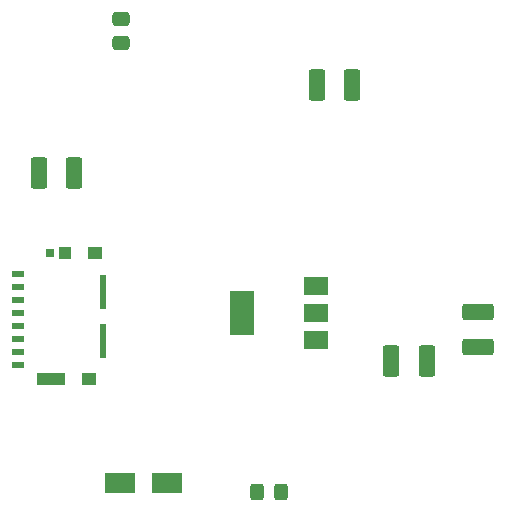
<source format=gbr>
%TF.GenerationSoftware,KiCad,Pcbnew,6.0.5-a6ca702e91~116~ubuntu21.10.1*%
%TF.CreationDate,2022-08-24T06:01:09-06:00*%
%TF.ProjectId,DB25m_F4Lite_THTV1_1,44423235-6d5f-4463-944c-6974655f5448,rev?*%
%TF.SameCoordinates,Original*%
%TF.FileFunction,Paste,Bot*%
%TF.FilePolarity,Positive*%
%FSLAX46Y46*%
G04 Gerber Fmt 4.6, Leading zero omitted, Abs format (unit mm)*
G04 Created by KiCad (PCBNEW 6.0.5-a6ca702e91~116~ubuntu21.10.1) date 2022-08-24 06:01:09*
%MOMM*%
%LPD*%
G01*
G04 APERTURE LIST*
G04 Aperture macros list*
%AMRoundRect*
0 Rectangle with rounded corners*
0 $1 Rounding radius*
0 $2 $3 $4 $5 $6 $7 $8 $9 X,Y pos of 4 corners*
0 Add a 4 corners polygon primitive as box body*
4,1,4,$2,$3,$4,$5,$6,$7,$8,$9,$2,$3,0*
0 Add four circle primitives for the rounded corners*
1,1,$1+$1,$2,$3*
1,1,$1+$1,$4,$5*
1,1,$1+$1,$6,$7*
1,1,$1+$1,$8,$9*
0 Add four rect primitives between the rounded corners*
20,1,$1+$1,$2,$3,$4,$5,0*
20,1,$1+$1,$4,$5,$6,$7,0*
20,1,$1+$1,$6,$7,$8,$9,0*
20,1,$1+$1,$8,$9,$2,$3,0*%
G04 Aperture macros list end*
%ADD10RoundRect,0.250001X-0.462499X-1.074999X0.462499X-1.074999X0.462499X1.074999X-0.462499X1.074999X0*%
%ADD11RoundRect,0.250001X0.462499X1.074999X-0.462499X1.074999X-0.462499X-1.074999X0.462499X-1.074999X0*%
%ADD12R,0.550000X2.910000*%
%ADD13R,1.000000X0.500000*%
%ADD14R,0.780000X0.720000*%
%ADD15R,1.200000X1.050000*%
%ADD16R,2.390000X1.050000*%
%ADD17R,1.080000X1.050000*%
%ADD18RoundRect,0.250001X-1.074999X0.462499X-1.074999X-0.462499X1.074999X-0.462499X1.074999X0.462499X0*%
%ADD19RoundRect,0.250000X-0.475000X0.337500X-0.475000X-0.337500X0.475000X-0.337500X0.475000X0.337500X0*%
%ADD20RoundRect,0.250000X-0.325000X-0.450000X0.325000X-0.450000X0.325000X0.450000X-0.325000X0.450000X0*%
%ADD21R,2.500000X1.800000*%
%ADD22R,2.000000X1.500000*%
%ADD23R,2.000000X3.800000*%
G04 APERTURE END LIST*
D10*
%TO.C,C2*%
X139398915Y-79310243D03*
X142373915Y-79310243D03*
%TD*%
D11*
%TO.C,C3*%
X136064320Y-55928260D03*
X133089320Y-55928260D03*
%TD*%
D12*
%TO.C,J5*%
X115012153Y-77596202D03*
X115012153Y-73406202D03*
D13*
X107777153Y-71901202D03*
X107777153Y-73001202D03*
X107777153Y-74101202D03*
X107777153Y-75201202D03*
X107777153Y-76301202D03*
X107777153Y-77401202D03*
X107777153Y-78501202D03*
X107777153Y-79601202D03*
D14*
X110457153Y-70141202D03*
D15*
X113767153Y-80776202D03*
D16*
X110582153Y-80776202D03*
D15*
X114337153Y-70131202D03*
D17*
X111727153Y-70141202D03*
%TD*%
D18*
%TO.C,C1*%
X146764914Y-75128742D03*
X146764914Y-78103742D03*
%TD*%
D11*
%TO.C,C4*%
X112522000Y-63383160D03*
X109547000Y-63383160D03*
%TD*%
D19*
%TO.C,C5*%
X116535200Y-50299800D03*
X116535200Y-52374800D03*
%TD*%
D20*
%TO.C,F2*%
X127998000Y-90322400D03*
X130048000Y-90322400D03*
%TD*%
D21*
%TO.C,D2*%
X120414800Y-89611200D03*
X116414800Y-89611200D03*
%TD*%
D22*
%TO.C,U3*%
X133045600Y-72884000D03*
D23*
X126745600Y-75184000D03*
D22*
X133045600Y-75184000D03*
X133045600Y-77484000D03*
%TD*%
M02*

</source>
